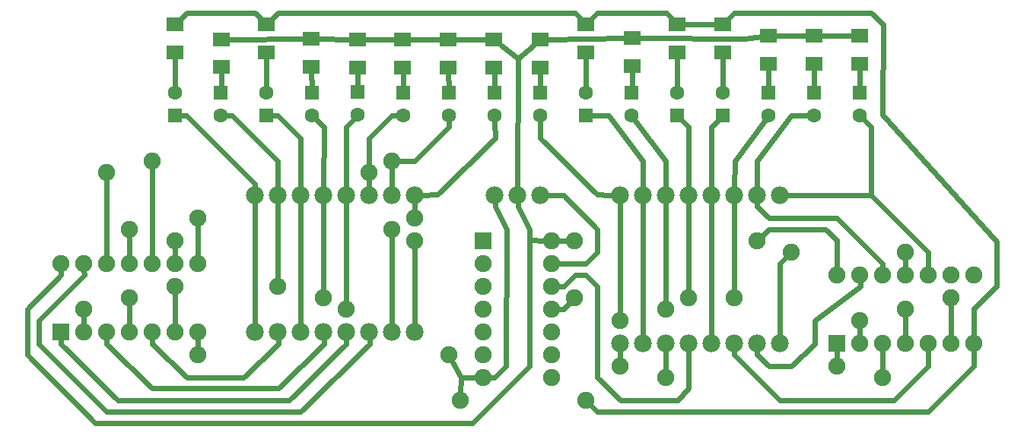
<source format=gbl>
G04 MADE WITH FRITZING*
G04 WWW.FRITZING.ORG*
G04 SINGLE SIDED*
G04 HOLES NOT PLATED*
G04 CONTOUR ON CENTER OF CONTOUR VECTOR*
%ASAXBY*%
%FSLAX23Y23*%
%MOIN*%
%OFA0B0*%
%SFA1.0B1.0*%
%ADD10C,0.078000*%
%ADD11C,0.062992*%
%ADD12C,0.075000*%
%ADD13R,0.062992X0.062992*%
%ADD14R,0.074803X0.062992*%
%ADD15R,0.075000X0.075000*%
%ADD16C,0.024000*%
%LNCOPPER0*%
G90*
G70*
G54D10*
X2083Y1110D03*
X2183Y1110D03*
X2283Y1110D03*
X2633Y460D03*
X2733Y460D03*
X2833Y460D03*
X2933Y460D03*
X3033Y460D03*
X3133Y460D03*
X3233Y460D03*
X3333Y460D03*
X2633Y1110D03*
X2733Y1110D03*
X2833Y1110D03*
X2933Y1110D03*
X3033Y1110D03*
X3133Y1110D03*
X3233Y1110D03*
X3333Y1110D03*
X1033Y1110D03*
X1133Y1110D03*
X1233Y1110D03*
X1333Y1110D03*
X1433Y1110D03*
X1533Y1110D03*
X1633Y1110D03*
X1733Y1110D03*
X1033Y510D03*
X1133Y510D03*
X1233Y510D03*
X1333Y510D03*
X1433Y510D03*
X1533Y510D03*
X1633Y510D03*
X1733Y510D03*
G54D11*
X1083Y1460D03*
X1083Y1559D03*
X3483Y1559D03*
X3483Y1460D03*
X3083Y1460D03*
X3083Y1559D03*
X2283Y1559D03*
X2283Y1460D03*
X2483Y1460D03*
X2483Y1559D03*
X3283Y1559D03*
X3283Y1460D03*
X2683Y1559D03*
X2683Y1460D03*
X3683Y1559D03*
X3683Y1460D03*
X2883Y1460D03*
X2883Y1559D03*
X2083Y1559D03*
X2083Y1460D03*
X1883Y1559D03*
X1883Y1460D03*
X1683Y1559D03*
X1683Y1460D03*
X1483Y1563D03*
X1483Y1464D03*
X1283Y1559D03*
X1283Y1460D03*
X883Y1559D03*
X883Y1460D03*
X683Y1460D03*
X683Y1559D03*
G54D12*
X3583Y460D03*
X3583Y760D03*
X3683Y460D03*
X3683Y760D03*
X3783Y460D03*
X3783Y760D03*
X3883Y460D03*
X3883Y760D03*
X3983Y460D03*
X3983Y760D03*
X4083Y460D03*
X4083Y760D03*
X4183Y460D03*
X4183Y760D03*
X183Y510D03*
X183Y810D03*
X283Y510D03*
X283Y810D03*
X383Y510D03*
X383Y810D03*
X483Y510D03*
X483Y810D03*
X583Y510D03*
X583Y810D03*
X683Y510D03*
X683Y810D03*
X783Y510D03*
X783Y810D03*
X2033Y910D03*
X2333Y910D03*
X2033Y810D03*
X2333Y810D03*
X2033Y710D03*
X2333Y710D03*
X2033Y610D03*
X2333Y610D03*
X2033Y510D03*
X2333Y510D03*
X2033Y410D03*
X2333Y410D03*
X2033Y310D03*
X2333Y310D03*
X2433Y910D03*
X3233Y910D03*
X3383Y860D03*
X3883Y860D03*
X3133Y660D03*
X4083Y660D03*
X2633Y360D03*
X3583Y360D03*
X2833Y610D03*
X3883Y610D03*
X2833Y310D03*
X3783Y310D03*
X2633Y560D03*
X3683Y560D03*
X783Y1010D03*
X1733Y1010D03*
X583Y1260D03*
X1633Y1260D03*
X383Y1210D03*
X1533Y1210D03*
X683Y710D03*
X1133Y710D03*
X483Y660D03*
X1333Y660D03*
X283Y610D03*
X1433Y610D03*
X683Y910D03*
X1733Y910D03*
X483Y960D03*
X1633Y960D03*
X783Y410D03*
X1883Y410D03*
X2433Y660D03*
X2933Y660D03*
X1933Y210D03*
X2483Y210D03*
G54D13*
X1083Y1460D03*
X3483Y1559D03*
X3083Y1460D03*
X2283Y1559D03*
X2483Y1460D03*
X3283Y1559D03*
X2683Y1559D03*
X3683Y1559D03*
X2883Y1460D03*
X2083Y1559D03*
X1883Y1559D03*
X1683Y1559D03*
X1483Y1563D03*
X1283Y1559D03*
X883Y1559D03*
X683Y1460D03*
G54D14*
X3083Y1860D03*
X3083Y1738D03*
X3483Y1810D03*
X3483Y1688D03*
X3683Y1810D03*
X3683Y1688D03*
X3283Y1810D03*
X3283Y1688D03*
X2483Y1860D03*
X2483Y1738D03*
X2883Y1860D03*
X2883Y1738D03*
X2686Y1800D03*
X2686Y1678D03*
X2283Y1792D03*
X2283Y1670D03*
X2080Y1792D03*
X2080Y1670D03*
X1878Y1792D03*
X1878Y1670D03*
X1483Y1792D03*
X1483Y1670D03*
X1278Y1797D03*
X1278Y1675D03*
X1680Y1792D03*
X1680Y1670D03*
X1083Y1860D03*
X1083Y1738D03*
X886Y1794D03*
X886Y1672D03*
X683Y1860D03*
X683Y1738D03*
G54D15*
X3583Y460D03*
X183Y510D03*
X2033Y910D03*
G54D16*
X2933Y1140D02*
X2931Y1409D01*
D02*
X2931Y1409D02*
X2901Y1441D01*
D02*
X1333Y1140D02*
X1334Y1409D01*
D02*
X3032Y1409D02*
X3064Y1441D01*
D02*
X3033Y1140D02*
X3032Y1409D01*
D02*
X1433Y1140D02*
X1433Y1409D01*
D02*
X1533Y1360D02*
X1633Y1461D01*
D02*
X1633Y1461D02*
X1656Y1461D01*
D02*
X1533Y1239D02*
X1533Y1360D01*
D02*
X3133Y1140D02*
X3134Y1259D01*
D02*
X1533Y1140D02*
X1533Y1181D01*
D02*
X3383Y1461D02*
X3232Y1260D01*
D02*
X3232Y1260D02*
X3233Y1140D01*
D02*
X1731Y1259D02*
X1662Y1260D01*
D02*
X1882Y1409D02*
X1731Y1259D01*
D02*
X2084Y1359D02*
X1833Y1112D01*
D02*
X3382Y1111D02*
X3333Y1110D01*
D02*
X1833Y1112D02*
X1763Y1111D01*
D02*
X1133Y1460D02*
X1233Y1360D01*
D02*
X2832Y1259D02*
X2833Y1140D01*
D02*
X1233Y1360D02*
X1233Y1140D01*
D02*
X1110Y1460D02*
X1133Y1460D01*
D02*
X932Y1461D02*
X1133Y1260D01*
D02*
X1133Y1260D02*
X1133Y1140D01*
D02*
X2732Y1260D02*
X2733Y1140D01*
D02*
X2582Y1460D02*
X2732Y1260D01*
D02*
X2510Y1460D02*
X2582Y1460D01*
D02*
X733Y1460D02*
X1033Y1159D01*
D02*
X2532Y1112D02*
X2585Y1111D01*
D02*
X2283Y1359D02*
X2532Y1112D01*
D02*
X2585Y1111D02*
X2603Y1111D01*
D02*
X1033Y1159D02*
X1033Y1140D01*
D02*
X710Y1460D02*
X733Y1460D01*
D02*
X1033Y1080D02*
X1033Y540D01*
D02*
X1233Y1080D02*
X1233Y540D01*
D02*
X683Y1585D02*
X683Y1712D01*
D02*
X2483Y1585D02*
X2483Y1712D01*
D02*
X1083Y1585D02*
X1083Y1712D01*
D02*
X2883Y1585D02*
X2883Y1712D01*
D02*
X3083Y1585D02*
X3083Y1712D01*
D02*
X2915Y1860D02*
X3051Y1860D01*
D02*
X1515Y1792D02*
X1649Y1792D01*
D02*
X3315Y1810D02*
X3451Y1810D01*
D02*
X1712Y1792D02*
X1846Y1792D01*
D02*
X1910Y1792D02*
X2049Y1792D01*
D02*
X2184Y1710D02*
X2252Y1766D01*
D02*
X2112Y1766D02*
X2184Y1710D01*
D02*
X2733Y1080D02*
X2733Y490D01*
D02*
X3033Y1080D02*
X3033Y490D01*
D02*
X2084Y1059D02*
X2084Y1080D01*
D02*
X2134Y959D02*
X2084Y1059D01*
D02*
X2132Y360D02*
X2134Y959D01*
D02*
X2083Y311D02*
X2132Y360D01*
D02*
X2062Y310D02*
X2083Y311D01*
D02*
X1934Y311D02*
X1896Y385D01*
D02*
X783Y439D02*
X783Y481D01*
D02*
X2004Y310D02*
X1934Y311D01*
D02*
X2933Y1080D02*
X2933Y689D01*
D02*
X2234Y959D02*
X2234Y912D01*
D02*
X2184Y1059D02*
X2234Y959D01*
D02*
X2234Y912D02*
X2304Y910D01*
D02*
X2184Y1080D02*
X2184Y1059D01*
D02*
X2483Y810D02*
X2362Y810D01*
D02*
X2384Y1109D02*
X2532Y959D01*
D02*
X2532Y959D02*
X2532Y859D01*
D02*
X2532Y859D02*
X2483Y810D01*
D02*
X2313Y1110D02*
X2384Y1109D01*
D02*
X182Y760D02*
X182Y781D01*
D02*
X34Y409D02*
X34Y609D01*
D02*
X2234Y360D02*
X1984Y111D01*
D02*
X34Y609D02*
X182Y760D01*
D02*
X333Y111D02*
X34Y409D01*
D02*
X1984Y111D02*
X333Y111D01*
D02*
X2234Y912D02*
X2234Y360D01*
D02*
X1134Y458D02*
X983Y311D01*
D02*
X983Y311D02*
X734Y311D01*
D02*
X1134Y480D02*
X1134Y458D01*
D02*
X582Y458D02*
X583Y481D01*
D02*
X734Y311D02*
X582Y458D01*
D02*
X1334Y458D02*
X1334Y480D01*
D02*
X382Y458D02*
X582Y262D01*
D02*
X1134Y262D02*
X1334Y458D01*
D02*
X582Y262D02*
X1134Y262D01*
D02*
X383Y481D02*
X382Y458D01*
D02*
X1433Y458D02*
X1433Y480D01*
D02*
X182Y458D02*
X431Y209D01*
D02*
X1183Y209D02*
X1433Y458D01*
D02*
X431Y209D02*
X1183Y209D01*
D02*
X182Y481D02*
X182Y458D01*
D02*
X284Y760D02*
X283Y781D01*
D02*
X1535Y458D02*
X1232Y160D01*
D02*
X84Y458D02*
X84Y560D01*
D02*
X1232Y160D02*
X382Y160D01*
D02*
X382Y160D02*
X84Y458D01*
D02*
X84Y560D02*
X284Y760D01*
D02*
X1534Y480D02*
X1535Y458D01*
D02*
X1633Y540D02*
X1633Y931D01*
D02*
X483Y839D02*
X483Y931D01*
D02*
X683Y839D02*
X683Y881D01*
D02*
X1733Y540D02*
X1733Y881D01*
D02*
X283Y581D02*
X283Y539D01*
D02*
X483Y631D02*
X483Y539D01*
D02*
X1333Y1080D02*
X1333Y689D01*
D02*
X683Y681D02*
X683Y539D01*
D02*
X383Y1181D02*
X383Y839D01*
D02*
X583Y1231D02*
X583Y839D01*
D02*
X1633Y1140D02*
X1633Y1231D01*
D02*
X1733Y1080D02*
X1733Y1039D01*
D02*
X783Y839D02*
X783Y981D01*
D02*
X2633Y389D02*
X2633Y430D01*
D02*
X3583Y431D02*
X3583Y389D01*
D02*
X3683Y531D02*
X3683Y489D01*
D02*
X2633Y1080D02*
X2633Y589D01*
D02*
X2833Y430D02*
X2833Y339D01*
D02*
X3783Y431D02*
X3783Y339D01*
D02*
X3883Y489D02*
X3883Y581D01*
D02*
X2833Y1080D02*
X2833Y639D01*
D02*
X3983Y360D02*
X3832Y209D01*
D02*
X3133Y409D02*
X3133Y430D01*
D02*
X3333Y209D02*
X3133Y409D01*
D02*
X3832Y209D02*
X3333Y209D01*
D02*
X3983Y431D02*
X3983Y360D01*
D02*
X4083Y489D02*
X4083Y631D01*
D02*
X3133Y1080D02*
X3133Y689D01*
D02*
X3484Y458D02*
X3382Y360D01*
D02*
X3484Y560D02*
X3484Y458D01*
D02*
X3382Y360D02*
X3284Y360D01*
D02*
X3231Y409D02*
X3232Y430D01*
D02*
X3284Y360D02*
X3231Y409D01*
D02*
X3685Y711D02*
X3484Y560D01*
D02*
X3684Y731D02*
X3685Y711D01*
D02*
X3783Y810D02*
X3783Y789D01*
D02*
X3231Y1059D02*
X3284Y1010D01*
D02*
X3583Y1010D02*
X3783Y810D01*
D02*
X3284Y1010D02*
X3583Y1010D01*
D02*
X3232Y1080D02*
X3231Y1059D01*
D02*
X3733Y1111D02*
X3983Y859D01*
D02*
X3983Y859D02*
X3983Y789D01*
D02*
X3363Y1110D02*
X3733Y1111D01*
D02*
X3883Y789D02*
X3883Y831D01*
D02*
X3333Y810D02*
X3363Y840D01*
D02*
X3333Y490D02*
X3333Y810D01*
D02*
X2362Y910D02*
X2404Y910D01*
D02*
X3583Y912D02*
X3583Y789D01*
D02*
X3284Y961D02*
X3533Y961D01*
D02*
X3533Y961D02*
X3583Y912D01*
D02*
X3253Y930D02*
X3284Y961D01*
D02*
X1433Y1080D02*
X1433Y639D01*
D02*
X2483Y760D02*
X2532Y711D01*
D02*
X2933Y262D02*
X2933Y430D01*
D02*
X2532Y311D02*
X2634Y209D01*
D02*
X2385Y711D02*
X2434Y760D01*
D02*
X2434Y760D02*
X2483Y760D01*
D02*
X2532Y711D02*
X2532Y311D01*
D02*
X2634Y209D02*
X2884Y209D01*
D02*
X2884Y209D02*
X2933Y262D01*
D02*
X2362Y711D02*
X2385Y711D01*
D02*
X2385Y609D02*
X2362Y610D01*
D02*
X2413Y639D02*
X2385Y609D01*
D02*
X1934Y311D02*
X1933Y239D01*
D02*
X2532Y161D02*
X2503Y190D01*
D02*
X3983Y161D02*
X2532Y161D01*
D02*
X4183Y361D02*
X3983Y161D01*
D02*
X4183Y431D02*
X4183Y361D01*
D02*
X1133Y739D02*
X1133Y1080D01*
D02*
X3733Y1911D02*
X3132Y1911D01*
D02*
X3132Y1911D02*
X3108Y1886D01*
D02*
X3784Y1860D02*
X3733Y1911D01*
D02*
X3783Y1462D02*
X3784Y1860D01*
D02*
X4283Y908D02*
X3783Y1462D01*
D02*
X4283Y709D02*
X4283Y908D01*
D02*
X4181Y612D02*
X4283Y709D01*
D02*
X4183Y489D02*
X4181Y612D01*
D02*
X932Y1461D02*
X910Y1461D01*
D02*
X884Y1585D02*
X885Y1646D01*
D02*
X1279Y1649D02*
X1282Y1585D01*
D02*
X1334Y1409D02*
X1302Y1441D01*
D02*
X1433Y1409D02*
X1465Y1444D01*
D02*
X1483Y1644D02*
X1483Y1590D01*
D02*
X1451Y1793D02*
X1310Y1796D01*
D02*
X1681Y1644D02*
X1682Y1585D01*
D02*
X1879Y1644D02*
X1882Y1585D01*
D02*
X2081Y1644D02*
X2082Y1585D01*
D02*
X2283Y1644D02*
X2283Y1585D01*
D02*
X2832Y1259D02*
X2699Y1438D01*
D02*
X2685Y1652D02*
X2684Y1585D01*
D02*
X3383Y1461D02*
X3456Y1460D01*
D02*
X3134Y1259D02*
X3267Y1439D01*
D02*
X3483Y1662D02*
X3483Y1585D01*
D02*
X3283Y1662D02*
X3283Y1585D01*
D02*
X2834Y1911D02*
X2533Y1911D01*
D02*
X2858Y1886D02*
X2834Y1911D01*
D02*
X2533Y1911D02*
X2508Y1886D01*
D02*
X2315Y1792D02*
X2654Y1799D01*
D02*
X3180Y1796D02*
X3251Y1806D01*
D02*
X2717Y1799D02*
X3180Y1796D01*
D02*
X734Y1911D02*
X709Y1886D01*
D02*
X1032Y1911D02*
X734Y1911D01*
D02*
X1057Y1886D02*
X1032Y1911D01*
D02*
X1246Y1797D02*
X917Y1795D01*
D02*
X2458Y1886D02*
X2434Y1911D01*
D02*
X1134Y1911D02*
X1109Y1886D01*
D02*
X2434Y1911D02*
X1134Y1911D01*
D02*
X2283Y1359D02*
X2283Y1433D01*
D02*
X2084Y1359D02*
X2083Y1433D01*
D02*
X1882Y1409D02*
X1883Y1433D01*
D02*
X2184Y1710D02*
X2183Y1140D01*
D02*
X3683Y1585D02*
X3683Y1662D01*
D02*
X3515Y1810D02*
X3651Y1810D01*
D02*
X3733Y1111D02*
X3733Y1409D01*
D02*
X3733Y1409D02*
X3702Y1441D01*
G04 End of Copper0*
M02*
</source>
